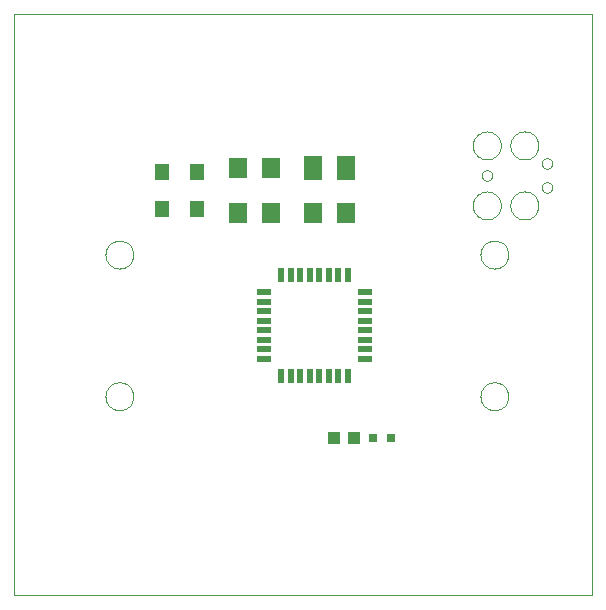
<source format=gtp>
G75*
G70*
%OFA0B0*%
%FSLAX24Y24*%
%IPPOS*%
%LPD*%
%AMOC8*
5,1,8,0,0,1.08239X$1,22.5*
%
%ADD10C,0.0000*%
%ADD11R,0.0220X0.0500*%
%ADD12R,0.0500X0.0220*%
%ADD13R,0.0630X0.0787*%
%ADD14R,0.0630X0.0709*%
%ADD15R,0.0433X0.0394*%
%ADD16R,0.0315X0.0315*%
%ADD17R,0.0472X0.0551*%
D10*
X000162Y000100D02*
X000162Y019471D01*
X019407Y019471D01*
X019407Y000100D01*
X000162Y000100D01*
X003197Y006738D02*
X003199Y006781D01*
X003205Y006823D01*
X003215Y006865D01*
X003228Y006906D01*
X003246Y006945D01*
X003267Y006983D01*
X003291Y007018D01*
X003318Y007051D01*
X003349Y007082D01*
X003382Y007109D01*
X003417Y007133D01*
X003455Y007154D01*
X003494Y007172D01*
X003535Y007185D01*
X003577Y007195D01*
X003619Y007201D01*
X003662Y007203D01*
X003705Y007201D01*
X003747Y007195D01*
X003789Y007185D01*
X003830Y007172D01*
X003869Y007154D01*
X003907Y007133D01*
X003942Y007109D01*
X003975Y007082D01*
X004006Y007051D01*
X004033Y007018D01*
X004057Y006983D01*
X004078Y006945D01*
X004096Y006906D01*
X004109Y006865D01*
X004119Y006823D01*
X004125Y006781D01*
X004127Y006738D01*
X004125Y006695D01*
X004119Y006653D01*
X004109Y006611D01*
X004096Y006570D01*
X004078Y006531D01*
X004057Y006493D01*
X004033Y006458D01*
X004006Y006425D01*
X003975Y006394D01*
X003942Y006367D01*
X003907Y006343D01*
X003869Y006322D01*
X003830Y006304D01*
X003789Y006291D01*
X003747Y006281D01*
X003705Y006275D01*
X003662Y006273D01*
X003619Y006275D01*
X003577Y006281D01*
X003535Y006291D01*
X003494Y006304D01*
X003455Y006322D01*
X003417Y006343D01*
X003382Y006367D01*
X003349Y006394D01*
X003318Y006425D01*
X003291Y006458D01*
X003267Y006493D01*
X003246Y006531D01*
X003228Y006570D01*
X003215Y006611D01*
X003205Y006653D01*
X003199Y006695D01*
X003197Y006738D01*
X003197Y011462D02*
X003199Y011505D01*
X003205Y011547D01*
X003215Y011589D01*
X003228Y011630D01*
X003246Y011669D01*
X003267Y011707D01*
X003291Y011742D01*
X003318Y011775D01*
X003349Y011806D01*
X003382Y011833D01*
X003417Y011857D01*
X003455Y011878D01*
X003494Y011896D01*
X003535Y011909D01*
X003577Y011919D01*
X003619Y011925D01*
X003662Y011927D01*
X003705Y011925D01*
X003747Y011919D01*
X003789Y011909D01*
X003830Y011896D01*
X003869Y011878D01*
X003907Y011857D01*
X003942Y011833D01*
X003975Y011806D01*
X004006Y011775D01*
X004033Y011742D01*
X004057Y011707D01*
X004078Y011669D01*
X004096Y011630D01*
X004109Y011589D01*
X004119Y011547D01*
X004125Y011505D01*
X004127Y011462D01*
X004125Y011419D01*
X004119Y011377D01*
X004109Y011335D01*
X004096Y011294D01*
X004078Y011255D01*
X004057Y011217D01*
X004033Y011182D01*
X004006Y011149D01*
X003975Y011118D01*
X003942Y011091D01*
X003907Y011067D01*
X003869Y011046D01*
X003830Y011028D01*
X003789Y011015D01*
X003747Y011005D01*
X003705Y010999D01*
X003662Y010997D01*
X003619Y010999D01*
X003577Y011005D01*
X003535Y011015D01*
X003494Y011028D01*
X003455Y011046D01*
X003417Y011067D01*
X003382Y011091D01*
X003349Y011118D01*
X003318Y011149D01*
X003291Y011182D01*
X003267Y011217D01*
X003246Y011255D01*
X003228Y011294D01*
X003215Y011335D01*
X003205Y011377D01*
X003199Y011419D01*
X003197Y011462D01*
X015445Y013100D02*
X015447Y013143D01*
X015453Y013186D01*
X015463Y013228D01*
X015477Y013269D01*
X015494Y013308D01*
X015515Y013346D01*
X015539Y013381D01*
X015567Y013415D01*
X015597Y013445D01*
X015631Y013473D01*
X015666Y013497D01*
X015704Y013518D01*
X015743Y013535D01*
X015784Y013549D01*
X015826Y013559D01*
X015869Y013565D01*
X015912Y013567D01*
X015955Y013565D01*
X015998Y013559D01*
X016040Y013549D01*
X016081Y013535D01*
X016120Y013518D01*
X016158Y013497D01*
X016193Y013473D01*
X016227Y013445D01*
X016257Y013415D01*
X016285Y013381D01*
X016309Y013346D01*
X016330Y013308D01*
X016347Y013269D01*
X016361Y013228D01*
X016371Y013186D01*
X016377Y013143D01*
X016379Y013100D01*
X016377Y013057D01*
X016371Y013014D01*
X016361Y012972D01*
X016347Y012931D01*
X016330Y012892D01*
X016309Y012854D01*
X016285Y012819D01*
X016257Y012785D01*
X016227Y012755D01*
X016193Y012727D01*
X016158Y012703D01*
X016120Y012682D01*
X016081Y012665D01*
X016040Y012651D01*
X015998Y012641D01*
X015955Y012635D01*
X015912Y012633D01*
X015869Y012635D01*
X015826Y012641D01*
X015784Y012651D01*
X015743Y012665D01*
X015704Y012682D01*
X015666Y012703D01*
X015631Y012727D01*
X015597Y012755D01*
X015567Y012785D01*
X015539Y012819D01*
X015515Y012854D01*
X015494Y012892D01*
X015477Y012931D01*
X015463Y012972D01*
X015453Y013014D01*
X015447Y013057D01*
X015445Y013100D01*
X015737Y014100D02*
X015739Y014126D01*
X015745Y014152D01*
X015754Y014176D01*
X015767Y014199D01*
X015784Y014219D01*
X015803Y014237D01*
X015825Y014252D01*
X015848Y014263D01*
X015873Y014271D01*
X015899Y014275D01*
X015925Y014275D01*
X015951Y014271D01*
X015976Y014263D01*
X016000Y014252D01*
X016021Y014237D01*
X016040Y014219D01*
X016057Y014199D01*
X016070Y014176D01*
X016079Y014152D01*
X016085Y014126D01*
X016087Y014100D01*
X016085Y014074D01*
X016079Y014048D01*
X016070Y014024D01*
X016057Y014001D01*
X016040Y013981D01*
X016021Y013963D01*
X015999Y013948D01*
X015976Y013937D01*
X015951Y013929D01*
X015925Y013925D01*
X015899Y013925D01*
X015873Y013929D01*
X015848Y013937D01*
X015824Y013948D01*
X015803Y013963D01*
X015784Y013981D01*
X015767Y014001D01*
X015754Y014024D01*
X015745Y014048D01*
X015739Y014074D01*
X015737Y014100D01*
X015445Y015100D02*
X015447Y015143D01*
X015453Y015186D01*
X015463Y015228D01*
X015477Y015269D01*
X015494Y015308D01*
X015515Y015346D01*
X015539Y015381D01*
X015567Y015415D01*
X015597Y015445D01*
X015631Y015473D01*
X015666Y015497D01*
X015704Y015518D01*
X015743Y015535D01*
X015784Y015549D01*
X015826Y015559D01*
X015869Y015565D01*
X015912Y015567D01*
X015955Y015565D01*
X015998Y015559D01*
X016040Y015549D01*
X016081Y015535D01*
X016120Y015518D01*
X016158Y015497D01*
X016193Y015473D01*
X016227Y015445D01*
X016257Y015415D01*
X016285Y015381D01*
X016309Y015346D01*
X016330Y015308D01*
X016347Y015269D01*
X016361Y015228D01*
X016371Y015186D01*
X016377Y015143D01*
X016379Y015100D01*
X016377Y015057D01*
X016371Y015014D01*
X016361Y014972D01*
X016347Y014931D01*
X016330Y014892D01*
X016309Y014854D01*
X016285Y014819D01*
X016257Y014785D01*
X016227Y014755D01*
X016193Y014727D01*
X016158Y014703D01*
X016120Y014682D01*
X016081Y014665D01*
X016040Y014651D01*
X015998Y014641D01*
X015955Y014635D01*
X015912Y014633D01*
X015869Y014635D01*
X015826Y014641D01*
X015784Y014651D01*
X015743Y014665D01*
X015704Y014682D01*
X015666Y014703D01*
X015631Y014727D01*
X015597Y014755D01*
X015567Y014785D01*
X015539Y014819D01*
X015515Y014854D01*
X015494Y014892D01*
X015477Y014931D01*
X015463Y014972D01*
X015453Y015014D01*
X015447Y015057D01*
X015445Y015100D01*
X016695Y015100D02*
X016697Y015143D01*
X016703Y015186D01*
X016713Y015228D01*
X016727Y015269D01*
X016744Y015308D01*
X016765Y015346D01*
X016789Y015381D01*
X016817Y015415D01*
X016847Y015445D01*
X016881Y015473D01*
X016916Y015497D01*
X016954Y015518D01*
X016993Y015535D01*
X017034Y015549D01*
X017076Y015559D01*
X017119Y015565D01*
X017162Y015567D01*
X017205Y015565D01*
X017248Y015559D01*
X017290Y015549D01*
X017331Y015535D01*
X017370Y015518D01*
X017408Y015497D01*
X017443Y015473D01*
X017477Y015445D01*
X017507Y015415D01*
X017535Y015381D01*
X017559Y015346D01*
X017580Y015308D01*
X017597Y015269D01*
X017611Y015228D01*
X017621Y015186D01*
X017627Y015143D01*
X017629Y015100D01*
X017627Y015057D01*
X017621Y015014D01*
X017611Y014972D01*
X017597Y014931D01*
X017580Y014892D01*
X017559Y014854D01*
X017535Y014819D01*
X017507Y014785D01*
X017477Y014755D01*
X017443Y014727D01*
X017408Y014703D01*
X017370Y014682D01*
X017331Y014665D01*
X017290Y014651D01*
X017248Y014641D01*
X017205Y014635D01*
X017162Y014633D01*
X017119Y014635D01*
X017076Y014641D01*
X017034Y014651D01*
X016993Y014665D01*
X016954Y014682D01*
X016916Y014703D01*
X016881Y014727D01*
X016847Y014755D01*
X016817Y014785D01*
X016789Y014819D01*
X016765Y014854D01*
X016744Y014892D01*
X016727Y014931D01*
X016713Y014972D01*
X016703Y015014D01*
X016697Y015057D01*
X016695Y015100D01*
X017737Y014500D02*
X017739Y014526D01*
X017745Y014552D01*
X017754Y014576D01*
X017767Y014599D01*
X017784Y014619D01*
X017803Y014637D01*
X017825Y014652D01*
X017848Y014663D01*
X017873Y014671D01*
X017899Y014675D01*
X017925Y014675D01*
X017951Y014671D01*
X017976Y014663D01*
X018000Y014652D01*
X018021Y014637D01*
X018040Y014619D01*
X018057Y014599D01*
X018070Y014576D01*
X018079Y014552D01*
X018085Y014526D01*
X018087Y014500D01*
X018085Y014474D01*
X018079Y014448D01*
X018070Y014424D01*
X018057Y014401D01*
X018040Y014381D01*
X018021Y014363D01*
X017999Y014348D01*
X017976Y014337D01*
X017951Y014329D01*
X017925Y014325D01*
X017899Y014325D01*
X017873Y014329D01*
X017848Y014337D01*
X017824Y014348D01*
X017803Y014363D01*
X017784Y014381D01*
X017767Y014401D01*
X017754Y014424D01*
X017745Y014448D01*
X017739Y014474D01*
X017737Y014500D01*
X017737Y013700D02*
X017739Y013726D01*
X017745Y013752D01*
X017754Y013776D01*
X017767Y013799D01*
X017784Y013819D01*
X017803Y013837D01*
X017825Y013852D01*
X017848Y013863D01*
X017873Y013871D01*
X017899Y013875D01*
X017925Y013875D01*
X017951Y013871D01*
X017976Y013863D01*
X018000Y013852D01*
X018021Y013837D01*
X018040Y013819D01*
X018057Y013799D01*
X018070Y013776D01*
X018079Y013752D01*
X018085Y013726D01*
X018087Y013700D01*
X018085Y013674D01*
X018079Y013648D01*
X018070Y013624D01*
X018057Y013601D01*
X018040Y013581D01*
X018021Y013563D01*
X017999Y013548D01*
X017976Y013537D01*
X017951Y013529D01*
X017925Y013525D01*
X017899Y013525D01*
X017873Y013529D01*
X017848Y013537D01*
X017824Y013548D01*
X017803Y013563D01*
X017784Y013581D01*
X017767Y013601D01*
X017754Y013624D01*
X017745Y013648D01*
X017739Y013674D01*
X017737Y013700D01*
X016695Y013100D02*
X016697Y013143D01*
X016703Y013186D01*
X016713Y013228D01*
X016727Y013269D01*
X016744Y013308D01*
X016765Y013346D01*
X016789Y013381D01*
X016817Y013415D01*
X016847Y013445D01*
X016881Y013473D01*
X016916Y013497D01*
X016954Y013518D01*
X016993Y013535D01*
X017034Y013549D01*
X017076Y013559D01*
X017119Y013565D01*
X017162Y013567D01*
X017205Y013565D01*
X017248Y013559D01*
X017290Y013549D01*
X017331Y013535D01*
X017370Y013518D01*
X017408Y013497D01*
X017443Y013473D01*
X017477Y013445D01*
X017507Y013415D01*
X017535Y013381D01*
X017559Y013346D01*
X017580Y013308D01*
X017597Y013269D01*
X017611Y013228D01*
X017621Y013186D01*
X017627Y013143D01*
X017629Y013100D01*
X017627Y013057D01*
X017621Y013014D01*
X017611Y012972D01*
X017597Y012931D01*
X017580Y012892D01*
X017559Y012854D01*
X017535Y012819D01*
X017507Y012785D01*
X017477Y012755D01*
X017443Y012727D01*
X017408Y012703D01*
X017370Y012682D01*
X017331Y012665D01*
X017290Y012651D01*
X017248Y012641D01*
X017205Y012635D01*
X017162Y012633D01*
X017119Y012635D01*
X017076Y012641D01*
X017034Y012651D01*
X016993Y012665D01*
X016954Y012682D01*
X016916Y012703D01*
X016881Y012727D01*
X016847Y012755D01*
X016817Y012785D01*
X016789Y012819D01*
X016765Y012854D01*
X016744Y012892D01*
X016727Y012931D01*
X016713Y012972D01*
X016703Y013014D01*
X016697Y013057D01*
X016695Y013100D01*
X015697Y011462D02*
X015699Y011505D01*
X015705Y011547D01*
X015715Y011589D01*
X015728Y011630D01*
X015746Y011669D01*
X015767Y011707D01*
X015791Y011742D01*
X015818Y011775D01*
X015849Y011806D01*
X015882Y011833D01*
X015917Y011857D01*
X015955Y011878D01*
X015994Y011896D01*
X016035Y011909D01*
X016077Y011919D01*
X016119Y011925D01*
X016162Y011927D01*
X016205Y011925D01*
X016247Y011919D01*
X016289Y011909D01*
X016330Y011896D01*
X016369Y011878D01*
X016407Y011857D01*
X016442Y011833D01*
X016475Y011806D01*
X016506Y011775D01*
X016533Y011742D01*
X016557Y011707D01*
X016578Y011669D01*
X016596Y011630D01*
X016609Y011589D01*
X016619Y011547D01*
X016625Y011505D01*
X016627Y011462D01*
X016625Y011419D01*
X016619Y011377D01*
X016609Y011335D01*
X016596Y011294D01*
X016578Y011255D01*
X016557Y011217D01*
X016533Y011182D01*
X016506Y011149D01*
X016475Y011118D01*
X016442Y011091D01*
X016407Y011067D01*
X016369Y011046D01*
X016330Y011028D01*
X016289Y011015D01*
X016247Y011005D01*
X016205Y010999D01*
X016162Y010997D01*
X016119Y010999D01*
X016077Y011005D01*
X016035Y011015D01*
X015994Y011028D01*
X015955Y011046D01*
X015917Y011067D01*
X015882Y011091D01*
X015849Y011118D01*
X015818Y011149D01*
X015791Y011182D01*
X015767Y011217D01*
X015746Y011255D01*
X015728Y011294D01*
X015715Y011335D01*
X015705Y011377D01*
X015699Y011419D01*
X015697Y011462D01*
X015697Y006738D02*
X015699Y006781D01*
X015705Y006823D01*
X015715Y006865D01*
X015728Y006906D01*
X015746Y006945D01*
X015767Y006983D01*
X015791Y007018D01*
X015818Y007051D01*
X015849Y007082D01*
X015882Y007109D01*
X015917Y007133D01*
X015955Y007154D01*
X015994Y007172D01*
X016035Y007185D01*
X016077Y007195D01*
X016119Y007201D01*
X016162Y007203D01*
X016205Y007201D01*
X016247Y007195D01*
X016289Y007185D01*
X016330Y007172D01*
X016369Y007154D01*
X016407Y007133D01*
X016442Y007109D01*
X016475Y007082D01*
X016506Y007051D01*
X016533Y007018D01*
X016557Y006983D01*
X016578Y006945D01*
X016596Y006906D01*
X016609Y006865D01*
X016619Y006823D01*
X016625Y006781D01*
X016627Y006738D01*
X016625Y006695D01*
X016619Y006653D01*
X016609Y006611D01*
X016596Y006570D01*
X016578Y006531D01*
X016557Y006493D01*
X016533Y006458D01*
X016506Y006425D01*
X016475Y006394D01*
X016442Y006367D01*
X016407Y006343D01*
X016369Y006322D01*
X016330Y006304D01*
X016289Y006291D01*
X016247Y006281D01*
X016205Y006275D01*
X016162Y006273D01*
X016119Y006275D01*
X016077Y006281D01*
X016035Y006291D01*
X015994Y006304D01*
X015955Y006322D01*
X015917Y006343D01*
X015882Y006367D01*
X015849Y006394D01*
X015818Y006425D01*
X015791Y006458D01*
X015767Y006493D01*
X015746Y006531D01*
X015728Y006570D01*
X015715Y006611D01*
X015705Y006653D01*
X015699Y006695D01*
X015697Y006738D01*
D11*
X011264Y007410D03*
X010949Y007410D03*
X010634Y007410D03*
X010319Y007410D03*
X010004Y007410D03*
X009689Y007410D03*
X009374Y007410D03*
X009059Y007410D03*
X009059Y010790D03*
X009374Y010790D03*
X009689Y010790D03*
X010004Y010790D03*
X010319Y010790D03*
X010634Y010790D03*
X010949Y010790D03*
X011264Y010790D03*
D12*
X011852Y010202D03*
X011852Y009887D03*
X011852Y009572D03*
X011852Y009257D03*
X011852Y008943D03*
X011852Y008628D03*
X011852Y008313D03*
X011852Y007998D03*
X008472Y007998D03*
X008472Y008313D03*
X008472Y008628D03*
X008472Y008943D03*
X008472Y009257D03*
X008472Y009572D03*
X008472Y009887D03*
X008472Y010202D03*
D13*
X010110Y014350D03*
X011213Y014350D03*
D14*
X011213Y012850D03*
X010110Y012850D03*
X008713Y012850D03*
X007610Y012850D03*
X007610Y014350D03*
X008713Y014350D03*
D15*
X010827Y005350D03*
X011496Y005350D03*
D16*
X012116Y005350D03*
X012707Y005350D03*
D17*
X006252Y012975D03*
X005071Y012975D03*
X005071Y014225D03*
X006252Y014225D03*
M02*

</source>
